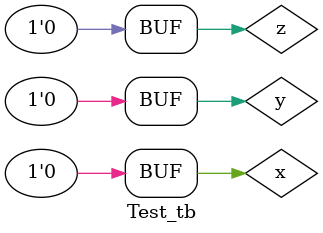
<source format=v>
module Test_tb;
reg x,y,z;
wire C,S;
fulladder inst1(C,S,x,y,z);
initial
	begin
		x=0;y=0;z=0;
	#100	x=0;y=0;z=1;
	#100	x=0;y=1;z=0;
	#100	x=1;y=0;z=0;
	#100	x=1;y=0;z=1;
	#100	x=1;y=1;z=0;
	#100	x=0;y=1;z=1;
	#100	x=1;y=1;z=1;
	#100	x=0;y=0;z=0;
	end
endmodule
</source>
